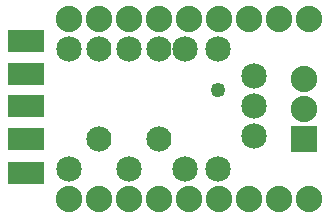
<source format=gts>
G04 MADE WITH FRITZING*
G04 WWW.FRITZING.ORG*
G04 DOUBLE SIDED*
G04 HOLES PLATED*
G04 CONTOUR ON CENTER OF CONTOUR VECTOR*
%ASAXBY*%
%FSLAX23Y23*%
%MOIN*%
%OFA0B0*%
%SFA1.0B1.0*%
%ADD10C,0.088000*%
%ADD11C,0.085000*%
%ADD12C,0.084000*%
%ADD13C,0.049370*%
%ADD14R,0.121551X0.073726*%
%ADD15R,0.088000X0.088000*%
%ADD16R,0.001000X0.001000*%
%LNMASK1*%
G90*
G70*
G54D10*
X1014Y688D03*
X914Y688D03*
X814Y688D03*
X714Y688D03*
X614Y688D03*
X514Y688D03*
X414Y688D03*
X314Y688D03*
X214Y688D03*
X214Y88D03*
X314Y88D03*
X414Y88D03*
X514Y88D03*
X614Y88D03*
X714Y88D03*
X814Y88D03*
X914Y88D03*
X1014Y88D03*
G54D11*
X833Y297D03*
X833Y397D03*
X833Y497D03*
X415Y187D03*
X415Y587D03*
X215Y587D03*
X215Y187D03*
X713Y587D03*
X713Y187D03*
X602Y587D03*
X602Y187D03*
G54D12*
X514Y287D03*
X514Y587D03*
X514Y287D03*
X514Y587D03*
X314Y287D03*
X314Y587D03*
X314Y287D03*
X314Y587D03*
G54D10*
X998Y287D03*
X998Y387D03*
X998Y487D03*
G54D13*
X713Y451D03*
G54D14*
X72Y173D03*
X72Y288D03*
X72Y396D03*
X72Y503D03*
X72Y612D03*
G54D15*
X998Y287D03*
G54D16*
D02*
G04 End of Mask1*
M02*
</source>
